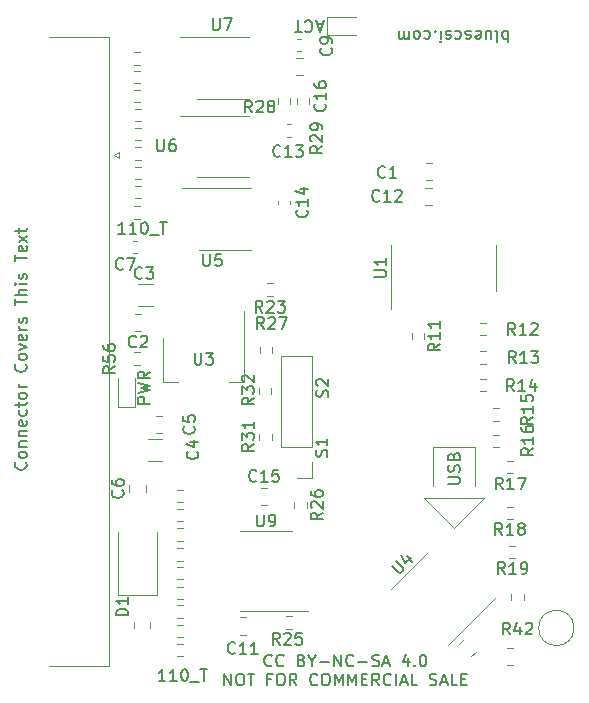
<source format=gbr>
%TF.GenerationSoftware,KiCad,Pcbnew,6.0.5-a6ca702e91~116~ubuntu21.10.1*%
%TF.CreationDate,2023-07-31T04:43:38-06:00*%
%TF.ProjectId,DB25_External,44423235-5f45-4787-9465-726e616c2e6b,rev?*%
%TF.SameCoordinates,Original*%
%TF.FileFunction,Legend,Top*%
%TF.FilePolarity,Positive*%
%FSLAX46Y46*%
G04 Gerber Fmt 4.6, Leading zero omitted, Abs format (unit mm)*
G04 Created by KiCad (PCBNEW 6.0.5-a6ca702e91~116~ubuntu21.10.1) date 2023-07-31 04:43:38*
%MOMM*%
%LPD*%
G01*
G04 APERTURE LIST*
%ADD10C,0.150000*%
%ADD11C,0.120000*%
G04 APERTURE END LIST*
D10*
X123098704Y-127263342D02*
X123051085Y-127310961D01*
X122908228Y-127358580D01*
X122812990Y-127358580D01*
X122670133Y-127310961D01*
X122574895Y-127215723D01*
X122527276Y-127120485D01*
X122479657Y-126930009D01*
X122479657Y-126787152D01*
X122527276Y-126596676D01*
X122574895Y-126501438D01*
X122670133Y-126406200D01*
X122812990Y-126358580D01*
X122908228Y-126358580D01*
X123051085Y-126406200D01*
X123098704Y-126453819D01*
X124098704Y-127263342D02*
X124051085Y-127310961D01*
X123908228Y-127358580D01*
X123812990Y-127358580D01*
X123670133Y-127310961D01*
X123574895Y-127215723D01*
X123527276Y-127120485D01*
X123479657Y-126930009D01*
X123479657Y-126787152D01*
X123527276Y-126596676D01*
X123574895Y-126501438D01*
X123670133Y-126406200D01*
X123812990Y-126358580D01*
X123908228Y-126358580D01*
X124051085Y-126406200D01*
X124098704Y-126453819D01*
X125622514Y-126834771D02*
X125765371Y-126882390D01*
X125812990Y-126930009D01*
X125860609Y-127025247D01*
X125860609Y-127168104D01*
X125812990Y-127263342D01*
X125765371Y-127310961D01*
X125670133Y-127358580D01*
X125289180Y-127358580D01*
X125289180Y-126358580D01*
X125622514Y-126358580D01*
X125717752Y-126406200D01*
X125765371Y-126453819D01*
X125812990Y-126549057D01*
X125812990Y-126644295D01*
X125765371Y-126739533D01*
X125717752Y-126787152D01*
X125622514Y-126834771D01*
X125289180Y-126834771D01*
X126479657Y-126882390D02*
X126479657Y-127358580D01*
X126146323Y-126358580D02*
X126479657Y-126882390D01*
X126812990Y-126358580D01*
X127146323Y-126977628D02*
X127908228Y-126977628D01*
X128384419Y-127358580D02*
X128384419Y-126358580D01*
X128955847Y-127358580D01*
X128955847Y-126358580D01*
X130003466Y-127263342D02*
X129955847Y-127310961D01*
X129812990Y-127358580D01*
X129717752Y-127358580D01*
X129574895Y-127310961D01*
X129479657Y-127215723D01*
X129432038Y-127120485D01*
X129384419Y-126930009D01*
X129384419Y-126787152D01*
X129432038Y-126596676D01*
X129479657Y-126501438D01*
X129574895Y-126406200D01*
X129717752Y-126358580D01*
X129812990Y-126358580D01*
X129955847Y-126406200D01*
X130003466Y-126453819D01*
X130432038Y-126977628D02*
X131193942Y-126977628D01*
X131622514Y-127310961D02*
X131765371Y-127358580D01*
X132003466Y-127358580D01*
X132098704Y-127310961D01*
X132146323Y-127263342D01*
X132193942Y-127168104D01*
X132193942Y-127072866D01*
X132146323Y-126977628D01*
X132098704Y-126930009D01*
X132003466Y-126882390D01*
X131812990Y-126834771D01*
X131717752Y-126787152D01*
X131670133Y-126739533D01*
X131622514Y-126644295D01*
X131622514Y-126549057D01*
X131670133Y-126453819D01*
X131717752Y-126406200D01*
X131812990Y-126358580D01*
X132051085Y-126358580D01*
X132193942Y-126406200D01*
X132574895Y-127072866D02*
X133051085Y-127072866D01*
X132479657Y-127358580D02*
X132812990Y-126358580D01*
X133146323Y-127358580D01*
X134670133Y-126691914D02*
X134670133Y-127358580D01*
X134432038Y-126310961D02*
X134193942Y-127025247D01*
X134812990Y-127025247D01*
X135193942Y-127263342D02*
X135241561Y-127310961D01*
X135193942Y-127358580D01*
X135146323Y-127310961D01*
X135193942Y-127263342D01*
X135193942Y-127358580D01*
X135860609Y-126358580D02*
X135955847Y-126358580D01*
X136051085Y-126406200D01*
X136098704Y-126453819D01*
X136146323Y-126549057D01*
X136193942Y-126739533D01*
X136193942Y-126977628D01*
X136146323Y-127168104D01*
X136098704Y-127263342D01*
X136051085Y-127310961D01*
X135955847Y-127358580D01*
X135860609Y-127358580D01*
X135765371Y-127310961D01*
X135717752Y-127263342D01*
X135670133Y-127168104D01*
X135622514Y-126977628D01*
X135622514Y-126739533D01*
X135670133Y-126549057D01*
X135717752Y-126453819D01*
X135765371Y-126406200D01*
X135860609Y-126358580D01*
X119098704Y-128968580D02*
X119098704Y-127968580D01*
X119670133Y-128968580D01*
X119670133Y-127968580D01*
X120336800Y-127968580D02*
X120527276Y-127968580D01*
X120622514Y-128016200D01*
X120717752Y-128111438D01*
X120765371Y-128301914D01*
X120765371Y-128635247D01*
X120717752Y-128825723D01*
X120622514Y-128920961D01*
X120527276Y-128968580D01*
X120336800Y-128968580D01*
X120241561Y-128920961D01*
X120146323Y-128825723D01*
X120098704Y-128635247D01*
X120098704Y-128301914D01*
X120146323Y-128111438D01*
X120241561Y-128016200D01*
X120336800Y-127968580D01*
X121051085Y-127968580D02*
X121622514Y-127968580D01*
X121336800Y-128968580D02*
X121336800Y-127968580D01*
X123051085Y-128444771D02*
X122717752Y-128444771D01*
X122717752Y-128968580D02*
X122717752Y-127968580D01*
X123193942Y-127968580D01*
X123765371Y-127968580D02*
X123955847Y-127968580D01*
X124051085Y-128016200D01*
X124146323Y-128111438D01*
X124193942Y-128301914D01*
X124193942Y-128635247D01*
X124146323Y-128825723D01*
X124051085Y-128920961D01*
X123955847Y-128968580D01*
X123765371Y-128968580D01*
X123670133Y-128920961D01*
X123574895Y-128825723D01*
X123527276Y-128635247D01*
X123527276Y-128301914D01*
X123574895Y-128111438D01*
X123670133Y-128016200D01*
X123765371Y-127968580D01*
X125193942Y-128968580D02*
X124860609Y-128492390D01*
X124622514Y-128968580D02*
X124622514Y-127968580D01*
X125003466Y-127968580D01*
X125098704Y-128016200D01*
X125146323Y-128063819D01*
X125193942Y-128159057D01*
X125193942Y-128301914D01*
X125146323Y-128397152D01*
X125098704Y-128444771D01*
X125003466Y-128492390D01*
X124622514Y-128492390D01*
X126955847Y-128873342D02*
X126908228Y-128920961D01*
X126765371Y-128968580D01*
X126670133Y-128968580D01*
X126527276Y-128920961D01*
X126432038Y-128825723D01*
X126384419Y-128730485D01*
X126336800Y-128540009D01*
X126336800Y-128397152D01*
X126384419Y-128206676D01*
X126432038Y-128111438D01*
X126527276Y-128016200D01*
X126670133Y-127968580D01*
X126765371Y-127968580D01*
X126908228Y-128016200D01*
X126955847Y-128063819D01*
X127574895Y-127968580D02*
X127765371Y-127968580D01*
X127860609Y-128016200D01*
X127955847Y-128111438D01*
X128003466Y-128301914D01*
X128003466Y-128635247D01*
X127955847Y-128825723D01*
X127860609Y-128920961D01*
X127765371Y-128968580D01*
X127574895Y-128968580D01*
X127479657Y-128920961D01*
X127384419Y-128825723D01*
X127336800Y-128635247D01*
X127336800Y-128301914D01*
X127384419Y-128111438D01*
X127479657Y-128016200D01*
X127574895Y-127968580D01*
X128432038Y-128968580D02*
X128432038Y-127968580D01*
X128765371Y-128682866D01*
X129098704Y-127968580D01*
X129098704Y-128968580D01*
X129574895Y-128968580D02*
X129574895Y-127968580D01*
X129908228Y-128682866D01*
X130241561Y-127968580D01*
X130241561Y-128968580D01*
X130717752Y-128444771D02*
X131051085Y-128444771D01*
X131193942Y-128968580D02*
X130717752Y-128968580D01*
X130717752Y-127968580D01*
X131193942Y-127968580D01*
X132193942Y-128968580D02*
X131860609Y-128492390D01*
X131622514Y-128968580D02*
X131622514Y-127968580D01*
X132003466Y-127968580D01*
X132098704Y-128016200D01*
X132146323Y-128063819D01*
X132193942Y-128159057D01*
X132193942Y-128301914D01*
X132146323Y-128397152D01*
X132098704Y-128444771D01*
X132003466Y-128492390D01*
X131622514Y-128492390D01*
X133193942Y-128873342D02*
X133146323Y-128920961D01*
X133003466Y-128968580D01*
X132908228Y-128968580D01*
X132765371Y-128920961D01*
X132670133Y-128825723D01*
X132622514Y-128730485D01*
X132574895Y-128540009D01*
X132574895Y-128397152D01*
X132622514Y-128206676D01*
X132670133Y-128111438D01*
X132765371Y-128016200D01*
X132908228Y-127968580D01*
X133003466Y-127968580D01*
X133146323Y-128016200D01*
X133193942Y-128063819D01*
X133622514Y-128968580D02*
X133622514Y-127968580D01*
X134051085Y-128682866D02*
X134527276Y-128682866D01*
X133955847Y-128968580D02*
X134289180Y-127968580D01*
X134622514Y-128968580D01*
X135432038Y-128968580D02*
X134955847Y-128968580D01*
X134955847Y-127968580D01*
X136479657Y-128920961D02*
X136622514Y-128968580D01*
X136860609Y-128968580D01*
X136955847Y-128920961D01*
X137003466Y-128873342D01*
X137051085Y-128778104D01*
X137051085Y-128682866D01*
X137003466Y-128587628D01*
X136955847Y-128540009D01*
X136860609Y-128492390D01*
X136670133Y-128444771D01*
X136574895Y-128397152D01*
X136527276Y-128349533D01*
X136479657Y-128254295D01*
X136479657Y-128159057D01*
X136527276Y-128063819D01*
X136574895Y-128016200D01*
X136670133Y-127968580D01*
X136908228Y-127968580D01*
X137051085Y-128016200D01*
X137432038Y-128682866D02*
X137908228Y-128682866D01*
X137336800Y-128968580D02*
X137670133Y-127968580D01*
X138003466Y-128968580D01*
X138812990Y-128968580D02*
X138336800Y-128968580D01*
X138336800Y-127968580D01*
X139146323Y-128444771D02*
X139479657Y-128444771D01*
X139622514Y-128968580D02*
X139146323Y-128968580D01*
X139146323Y-127968580D01*
X139622514Y-127968580D01*
X127836561Y-104546304D02*
X127884180Y-104403447D01*
X127884180Y-104165352D01*
X127836561Y-104070114D01*
X127788942Y-104022495D01*
X127693704Y-103974876D01*
X127598466Y-103974876D01*
X127503228Y-104022495D01*
X127455609Y-104070114D01*
X127407990Y-104165352D01*
X127360371Y-104355828D01*
X127312752Y-104451066D01*
X127265133Y-104498685D01*
X127169895Y-104546304D01*
X127074657Y-104546304D01*
X126979419Y-104498685D01*
X126931800Y-104451066D01*
X126884180Y-104355828D01*
X126884180Y-104117733D01*
X126931800Y-103974876D01*
X126979419Y-103593923D02*
X126931800Y-103546304D01*
X126884180Y-103451066D01*
X126884180Y-103212971D01*
X126931800Y-103117733D01*
X126979419Y-103070114D01*
X127074657Y-103022495D01*
X127169895Y-103022495D01*
X127312752Y-103070114D01*
X127884180Y-103641542D01*
X127884180Y-103022495D01*
X127407847Y-72959933D02*
X126931657Y-72959933D01*
X127503085Y-72674219D02*
X127169752Y-73674219D01*
X126836419Y-72674219D01*
X125931657Y-72769457D02*
X125979276Y-72721838D01*
X126122133Y-72674219D01*
X126217371Y-72674219D01*
X126360228Y-72721838D01*
X126455466Y-72817076D01*
X126503085Y-72912314D01*
X126550704Y-73102790D01*
X126550704Y-73245647D01*
X126503085Y-73436123D01*
X126455466Y-73531361D01*
X126360228Y-73626600D01*
X126217371Y-73674219D01*
X126122133Y-73674219D01*
X125979276Y-73626600D01*
X125931657Y-73578980D01*
X125645942Y-73674219D02*
X125074514Y-73674219D01*
X125360228Y-72674219D02*
X125360228Y-73674219D01*
X143074447Y-73537819D02*
X143074447Y-74537819D01*
X143074447Y-74156866D02*
X142979209Y-74204485D01*
X142788733Y-74204485D01*
X142693495Y-74156866D01*
X142645876Y-74109247D01*
X142598257Y-74014009D01*
X142598257Y-73728295D01*
X142645876Y-73633057D01*
X142693495Y-73585438D01*
X142788733Y-73537819D01*
X142979209Y-73537819D01*
X143074447Y-73585438D01*
X142026828Y-73537819D02*
X142122066Y-73585438D01*
X142169685Y-73680676D01*
X142169685Y-74537819D01*
X141217304Y-74204485D02*
X141217304Y-73537819D01*
X141645876Y-74204485D02*
X141645876Y-73680676D01*
X141598257Y-73585438D01*
X141503019Y-73537819D01*
X141360161Y-73537819D01*
X141264923Y-73585438D01*
X141217304Y-73633057D01*
X140360161Y-73585438D02*
X140455400Y-73537819D01*
X140645876Y-73537819D01*
X140741114Y-73585438D01*
X140788733Y-73680676D01*
X140788733Y-74061628D01*
X140741114Y-74156866D01*
X140645876Y-74204485D01*
X140455400Y-74204485D01*
X140360161Y-74156866D01*
X140312542Y-74061628D01*
X140312542Y-73966390D01*
X140788733Y-73871152D01*
X139931590Y-73585438D02*
X139836352Y-73537819D01*
X139645876Y-73537819D01*
X139550638Y-73585438D01*
X139503019Y-73680676D01*
X139503019Y-73728295D01*
X139550638Y-73823533D01*
X139645876Y-73871152D01*
X139788733Y-73871152D01*
X139883971Y-73918771D01*
X139931590Y-74014009D01*
X139931590Y-74061628D01*
X139883971Y-74156866D01*
X139788733Y-74204485D01*
X139645876Y-74204485D01*
X139550638Y-74156866D01*
X138645876Y-73585438D02*
X138741114Y-73537819D01*
X138931590Y-73537819D01*
X139026828Y-73585438D01*
X139074447Y-73633057D01*
X139122066Y-73728295D01*
X139122066Y-74014009D01*
X139074447Y-74109247D01*
X139026828Y-74156866D01*
X138931590Y-74204485D01*
X138741114Y-74204485D01*
X138645876Y-74156866D01*
X138264923Y-73585438D02*
X138169685Y-73537819D01*
X137979209Y-73537819D01*
X137883971Y-73585438D01*
X137836352Y-73680676D01*
X137836352Y-73728295D01*
X137883971Y-73823533D01*
X137979209Y-73871152D01*
X138122066Y-73871152D01*
X138217304Y-73918771D01*
X138264923Y-74014009D01*
X138264923Y-74061628D01*
X138217304Y-74156866D01*
X138122066Y-74204485D01*
X137979209Y-74204485D01*
X137883971Y-74156866D01*
X137407780Y-73537819D02*
X137407780Y-74204485D01*
X137407780Y-74537819D02*
X137455400Y-74490200D01*
X137407780Y-74442580D01*
X137360161Y-74490200D01*
X137407780Y-74537819D01*
X137407780Y-74442580D01*
X136931590Y-73633057D02*
X136883971Y-73585438D01*
X136931590Y-73537819D01*
X136979209Y-73585438D01*
X136931590Y-73633057D01*
X136931590Y-73537819D01*
X136026828Y-73585438D02*
X136122066Y-73537819D01*
X136312542Y-73537819D01*
X136407780Y-73585438D01*
X136455400Y-73633057D01*
X136503019Y-73728295D01*
X136503019Y-74014009D01*
X136455400Y-74109247D01*
X136407780Y-74156866D01*
X136312542Y-74204485D01*
X136122066Y-74204485D01*
X136026828Y-74156866D01*
X135455400Y-73537819D02*
X135550638Y-73585438D01*
X135598257Y-73633057D01*
X135645876Y-73728295D01*
X135645876Y-74014009D01*
X135598257Y-74109247D01*
X135550638Y-74156866D01*
X135455400Y-74204485D01*
X135312542Y-74204485D01*
X135217304Y-74156866D01*
X135169685Y-74109247D01*
X135122066Y-74014009D01*
X135122066Y-73728295D01*
X135169685Y-73633057D01*
X135217304Y-73585438D01*
X135312542Y-73537819D01*
X135455400Y-73537819D01*
X134693495Y-73537819D02*
X134693495Y-74204485D01*
X134693495Y-74109247D02*
X134645876Y-74156866D01*
X134550638Y-74204485D01*
X134407780Y-74204485D01*
X134312542Y-74156866D01*
X134264923Y-74061628D01*
X134264923Y-73537819D01*
X134264923Y-74061628D02*
X134217304Y-74156866D01*
X134122066Y-74204485D01*
X133979209Y-74204485D01*
X133883971Y-74156866D01*
X133836352Y-74061628D01*
X133836352Y-73537819D01*
X114090628Y-128595380D02*
X113519200Y-128595380D01*
X113804914Y-128595380D02*
X113804914Y-127595380D01*
X113709676Y-127738238D01*
X113614438Y-127833476D01*
X113519200Y-127881095D01*
X115043009Y-128595380D02*
X114471580Y-128595380D01*
X114757295Y-128595380D02*
X114757295Y-127595380D01*
X114662057Y-127738238D01*
X114566819Y-127833476D01*
X114471580Y-127881095D01*
X115662057Y-127595380D02*
X115757295Y-127595380D01*
X115852533Y-127643000D01*
X115900152Y-127690619D01*
X115947771Y-127785857D01*
X115995390Y-127976333D01*
X115995390Y-128214428D01*
X115947771Y-128404904D01*
X115900152Y-128500142D01*
X115852533Y-128547761D01*
X115757295Y-128595380D01*
X115662057Y-128595380D01*
X115566819Y-128547761D01*
X115519200Y-128500142D01*
X115471580Y-128404904D01*
X115423961Y-128214428D01*
X115423961Y-127976333D01*
X115471580Y-127785857D01*
X115519200Y-127690619D01*
X115566819Y-127643000D01*
X115662057Y-127595380D01*
X116185866Y-128690619D02*
X116947771Y-128690619D01*
X117043009Y-127595380D02*
X117614438Y-127595380D01*
X117328723Y-128595380D02*
X117328723Y-127595380D01*
X127760361Y-109600904D02*
X127807980Y-109458047D01*
X127807980Y-109219952D01*
X127760361Y-109124714D01*
X127712742Y-109077095D01*
X127617504Y-109029476D01*
X127522266Y-109029476D01*
X127427028Y-109077095D01*
X127379409Y-109124714D01*
X127331790Y-109219952D01*
X127284171Y-109410428D01*
X127236552Y-109505666D01*
X127188933Y-109553285D01*
X127093695Y-109600904D01*
X126998457Y-109600904D01*
X126903219Y-109553285D01*
X126855600Y-109505666D01*
X126807980Y-109410428D01*
X126807980Y-109172333D01*
X126855600Y-109029476D01*
X127807980Y-108077095D02*
X127807980Y-108648523D01*
X127807980Y-108362809D02*
X126807980Y-108362809D01*
X126950838Y-108458047D01*
X127046076Y-108553285D01*
X127093695Y-108648523D01*
X110686639Y-90745969D02*
X110115211Y-90745969D01*
X110400925Y-90745969D02*
X110400925Y-89745969D01*
X110305687Y-89888827D01*
X110210449Y-89984065D01*
X110115211Y-90031684D01*
X111639020Y-90745969D02*
X111067591Y-90745969D01*
X111353306Y-90745969D02*
X111353306Y-89745969D01*
X111258068Y-89888827D01*
X111162830Y-89984065D01*
X111067591Y-90031684D01*
X112258068Y-89745969D02*
X112353306Y-89745969D01*
X112448544Y-89793589D01*
X112496163Y-89841208D01*
X112543782Y-89936446D01*
X112591401Y-90126922D01*
X112591401Y-90365017D01*
X112543782Y-90555493D01*
X112496163Y-90650731D01*
X112448544Y-90698350D01*
X112353306Y-90745969D01*
X112258068Y-90745969D01*
X112162830Y-90698350D01*
X112115211Y-90650731D01*
X112067591Y-90555493D01*
X112019972Y-90365017D01*
X112019972Y-90126922D01*
X112067591Y-89936446D01*
X112115211Y-89841208D01*
X112162830Y-89793589D01*
X112258068Y-89745969D01*
X112781877Y-90841208D02*
X113543782Y-90841208D01*
X113639020Y-89745969D02*
X114210449Y-89745969D01*
X113924734Y-90745969D02*
X113924734Y-89745969D01*
X112771180Y-105117733D02*
X111771180Y-105117733D01*
X111771180Y-104736780D01*
X111818800Y-104641542D01*
X111866419Y-104593923D01*
X111961657Y-104546304D01*
X112104514Y-104546304D01*
X112199752Y-104593923D01*
X112247371Y-104641542D01*
X112294990Y-104736780D01*
X112294990Y-105117733D01*
X111771180Y-104212971D02*
X112771180Y-103974876D01*
X112056895Y-103784400D01*
X112771180Y-103593923D01*
X111771180Y-103355828D01*
X112771180Y-102403447D02*
X112294990Y-102736780D01*
X112771180Y-102974876D02*
X111771180Y-102974876D01*
X111771180Y-102593923D01*
X111818800Y-102498685D01*
X111866419Y-102451066D01*
X111961657Y-102403447D01*
X112104514Y-102403447D01*
X112199752Y-102451066D01*
X112247371Y-102498685D01*
X112294990Y-102593923D01*
X112294990Y-102974876D01*
X102261942Y-110080819D02*
X102309561Y-110128438D01*
X102357180Y-110271295D01*
X102357180Y-110366533D01*
X102309561Y-110509390D01*
X102214323Y-110604628D01*
X102119085Y-110652247D01*
X101928609Y-110699866D01*
X101785752Y-110699866D01*
X101595276Y-110652247D01*
X101500038Y-110604628D01*
X101404800Y-110509390D01*
X101357180Y-110366533D01*
X101357180Y-110271295D01*
X101404800Y-110128438D01*
X101452419Y-110080819D01*
X102357180Y-109509390D02*
X102309561Y-109604628D01*
X102261942Y-109652247D01*
X102166704Y-109699866D01*
X101880990Y-109699866D01*
X101785752Y-109652247D01*
X101738133Y-109604628D01*
X101690514Y-109509390D01*
X101690514Y-109366533D01*
X101738133Y-109271295D01*
X101785752Y-109223676D01*
X101880990Y-109176057D01*
X102166704Y-109176057D01*
X102261942Y-109223676D01*
X102309561Y-109271295D01*
X102357180Y-109366533D01*
X102357180Y-109509390D01*
X101690514Y-108747485D02*
X102357180Y-108747485D01*
X101785752Y-108747485D02*
X101738133Y-108699866D01*
X101690514Y-108604628D01*
X101690514Y-108461771D01*
X101738133Y-108366533D01*
X101833371Y-108318914D01*
X102357180Y-108318914D01*
X101690514Y-107842723D02*
X102357180Y-107842723D01*
X101785752Y-107842723D02*
X101738133Y-107795104D01*
X101690514Y-107699866D01*
X101690514Y-107557009D01*
X101738133Y-107461771D01*
X101833371Y-107414152D01*
X102357180Y-107414152D01*
X102309561Y-106557009D02*
X102357180Y-106652247D01*
X102357180Y-106842723D01*
X102309561Y-106937961D01*
X102214323Y-106985580D01*
X101833371Y-106985580D01*
X101738133Y-106937961D01*
X101690514Y-106842723D01*
X101690514Y-106652247D01*
X101738133Y-106557009D01*
X101833371Y-106509390D01*
X101928609Y-106509390D01*
X102023847Y-106985580D01*
X102309561Y-105652247D02*
X102357180Y-105747485D01*
X102357180Y-105937961D01*
X102309561Y-106033200D01*
X102261942Y-106080819D01*
X102166704Y-106128438D01*
X101880990Y-106128438D01*
X101785752Y-106080819D01*
X101738133Y-106033200D01*
X101690514Y-105937961D01*
X101690514Y-105747485D01*
X101738133Y-105652247D01*
X101690514Y-105366533D02*
X101690514Y-104985580D01*
X101357180Y-105223676D02*
X102214323Y-105223676D01*
X102309561Y-105176057D01*
X102357180Y-105080819D01*
X102357180Y-104985580D01*
X102357180Y-104509390D02*
X102309561Y-104604628D01*
X102261942Y-104652247D01*
X102166704Y-104699866D01*
X101880990Y-104699866D01*
X101785752Y-104652247D01*
X101738133Y-104604628D01*
X101690514Y-104509390D01*
X101690514Y-104366533D01*
X101738133Y-104271295D01*
X101785752Y-104223676D01*
X101880990Y-104176057D01*
X102166704Y-104176057D01*
X102261942Y-104223676D01*
X102309561Y-104271295D01*
X102357180Y-104366533D01*
X102357180Y-104509390D01*
X102357180Y-103747485D02*
X101690514Y-103747485D01*
X101880990Y-103747485D02*
X101785752Y-103699866D01*
X101738133Y-103652247D01*
X101690514Y-103557009D01*
X101690514Y-103461771D01*
X102261942Y-101795104D02*
X102309561Y-101842723D01*
X102357180Y-101985580D01*
X102357180Y-102080819D01*
X102309561Y-102223676D01*
X102214323Y-102318914D01*
X102119085Y-102366533D01*
X101928609Y-102414152D01*
X101785752Y-102414152D01*
X101595276Y-102366533D01*
X101500038Y-102318914D01*
X101404800Y-102223676D01*
X101357180Y-102080819D01*
X101357180Y-101985580D01*
X101404800Y-101842723D01*
X101452419Y-101795104D01*
X102357180Y-101223676D02*
X102309561Y-101318914D01*
X102261942Y-101366533D01*
X102166704Y-101414152D01*
X101880990Y-101414152D01*
X101785752Y-101366533D01*
X101738133Y-101318914D01*
X101690514Y-101223676D01*
X101690514Y-101080819D01*
X101738133Y-100985580D01*
X101785752Y-100937961D01*
X101880990Y-100890342D01*
X102166704Y-100890342D01*
X102261942Y-100937961D01*
X102309561Y-100985580D01*
X102357180Y-101080819D01*
X102357180Y-101223676D01*
X101690514Y-100557009D02*
X102357180Y-100318914D01*
X101690514Y-100080819D01*
X102309561Y-99318914D02*
X102357180Y-99414152D01*
X102357180Y-99604628D01*
X102309561Y-99699866D01*
X102214323Y-99747485D01*
X101833371Y-99747485D01*
X101738133Y-99699866D01*
X101690514Y-99604628D01*
X101690514Y-99414152D01*
X101738133Y-99318914D01*
X101833371Y-99271295D01*
X101928609Y-99271295D01*
X102023847Y-99747485D01*
X102357180Y-98842723D02*
X101690514Y-98842723D01*
X101880990Y-98842723D02*
X101785752Y-98795104D01*
X101738133Y-98747485D01*
X101690514Y-98652247D01*
X101690514Y-98557009D01*
X102309561Y-98271295D02*
X102357180Y-98176057D01*
X102357180Y-97985580D01*
X102309561Y-97890342D01*
X102214323Y-97842723D01*
X102166704Y-97842723D01*
X102071466Y-97890342D01*
X102023847Y-97985580D01*
X102023847Y-98128438D01*
X101976228Y-98223676D01*
X101880990Y-98271295D01*
X101833371Y-98271295D01*
X101738133Y-98223676D01*
X101690514Y-98128438D01*
X101690514Y-97985580D01*
X101738133Y-97890342D01*
X101357180Y-96795104D02*
X101357180Y-96223676D01*
X102357180Y-96509390D02*
X101357180Y-96509390D01*
X102357180Y-95890342D02*
X101357180Y-95890342D01*
X102357180Y-95461771D02*
X101833371Y-95461771D01*
X101738133Y-95509390D01*
X101690514Y-95604628D01*
X101690514Y-95747485D01*
X101738133Y-95842723D01*
X101785752Y-95890342D01*
X102357180Y-94985580D02*
X101690514Y-94985580D01*
X101357180Y-94985580D02*
X101404800Y-95033200D01*
X101452419Y-94985580D01*
X101404800Y-94937961D01*
X101357180Y-94985580D01*
X101452419Y-94985580D01*
X102309561Y-94557009D02*
X102357180Y-94461771D01*
X102357180Y-94271295D01*
X102309561Y-94176057D01*
X102214323Y-94128438D01*
X102166704Y-94128438D01*
X102071466Y-94176057D01*
X102023847Y-94271295D01*
X102023847Y-94414152D01*
X101976228Y-94509390D01*
X101880990Y-94557009D01*
X101833371Y-94557009D01*
X101738133Y-94509390D01*
X101690514Y-94414152D01*
X101690514Y-94271295D01*
X101738133Y-94176057D01*
X101357180Y-93080819D02*
X101357180Y-92509390D01*
X102357180Y-92795104D02*
X101357180Y-92795104D01*
X102309561Y-91795104D02*
X102357180Y-91890342D01*
X102357180Y-92080819D01*
X102309561Y-92176057D01*
X102214323Y-92223676D01*
X101833371Y-92223676D01*
X101738133Y-92176057D01*
X101690514Y-92080819D01*
X101690514Y-91890342D01*
X101738133Y-91795104D01*
X101833371Y-91747485D01*
X101928609Y-91747485D01*
X102023847Y-92223676D01*
X102357180Y-91414152D02*
X101690514Y-90890342D01*
X101690514Y-91414152D02*
X102357180Y-90890342D01*
X101690514Y-90652247D02*
X101690514Y-90271295D01*
X101357180Y-90509390D02*
X102214323Y-90509390D01*
X102309561Y-90461771D01*
X102357180Y-90366533D01*
X102357180Y-90271295D01*
%TO.C,C3*%
X112137833Y-94464142D02*
X112090214Y-94511761D01*
X111947357Y-94559380D01*
X111852119Y-94559380D01*
X111709261Y-94511761D01*
X111614023Y-94416523D01*
X111566404Y-94321285D01*
X111518785Y-94130809D01*
X111518785Y-93987952D01*
X111566404Y-93797476D01*
X111614023Y-93702238D01*
X111709261Y-93607000D01*
X111852119Y-93559380D01*
X111947357Y-93559380D01*
X112090214Y-93607000D01*
X112137833Y-93654619D01*
X112471166Y-93559380D02*
X113090214Y-93559380D01*
X112756880Y-93940333D01*
X112899738Y-93940333D01*
X112994976Y-93987952D01*
X113042595Y-94035571D01*
X113090214Y-94130809D01*
X113090214Y-94368904D01*
X113042595Y-94464142D01*
X112994976Y-94511761D01*
X112899738Y-94559380D01*
X112614023Y-94559380D01*
X112518785Y-94511761D01*
X112471166Y-94464142D01*
%TO.C,C4*%
X116790742Y-109183466D02*
X116838361Y-109231085D01*
X116885980Y-109373942D01*
X116885980Y-109469180D01*
X116838361Y-109612038D01*
X116743123Y-109707276D01*
X116647885Y-109754895D01*
X116457409Y-109802514D01*
X116314552Y-109802514D01*
X116124076Y-109754895D01*
X116028838Y-109707276D01*
X115933600Y-109612038D01*
X115885980Y-109469180D01*
X115885980Y-109373942D01*
X115933600Y-109231085D01*
X115981219Y-109183466D01*
X116219314Y-108326323D02*
X116885980Y-108326323D01*
X115838361Y-108564419D02*
X116552647Y-108802514D01*
X116552647Y-108183466D01*
%TO.C,U3*%
X116572395Y-100804680D02*
X116572395Y-101614204D01*
X116620014Y-101709442D01*
X116667633Y-101757061D01*
X116762871Y-101804680D01*
X116953347Y-101804680D01*
X117048585Y-101757061D01*
X117096204Y-101709442D01*
X117143823Y-101614204D01*
X117143823Y-100804680D01*
X117524776Y-100804680D02*
X118143823Y-100804680D01*
X117810490Y-101185633D01*
X117953347Y-101185633D01*
X118048585Y-101233252D01*
X118096204Y-101280871D01*
X118143823Y-101376109D01*
X118143823Y-101614204D01*
X118096204Y-101709442D01*
X118048585Y-101757061D01*
X117953347Y-101804680D01*
X117667633Y-101804680D01*
X117572395Y-101757061D01*
X117524776Y-101709442D01*
%TO.C,RP1*%
X138029040Y-111906304D02*
X138838564Y-111906304D01*
X138933802Y-111858685D01*
X138981421Y-111811066D01*
X139029040Y-111715828D01*
X139029040Y-111525352D01*
X138981421Y-111430114D01*
X138933802Y-111382495D01*
X138838564Y-111334876D01*
X138029040Y-111334876D01*
X138981421Y-110906304D02*
X139029040Y-110763447D01*
X139029040Y-110525352D01*
X138981421Y-110430114D01*
X138933802Y-110382495D01*
X138838564Y-110334876D01*
X138743326Y-110334876D01*
X138648088Y-110382495D01*
X138600469Y-110430114D01*
X138552850Y-110525352D01*
X138505231Y-110715828D01*
X138457612Y-110811066D01*
X138409993Y-110858685D01*
X138314755Y-110906304D01*
X138219517Y-110906304D01*
X138124279Y-110858685D01*
X138076660Y-110811066D01*
X138029040Y-110715828D01*
X138029040Y-110477733D01*
X138076660Y-110334876D01*
X138505231Y-109572971D02*
X138552850Y-109430114D01*
X138600469Y-109382495D01*
X138695707Y-109334876D01*
X138838564Y-109334876D01*
X138933802Y-109382495D01*
X138981421Y-109430114D01*
X139029040Y-109525352D01*
X139029040Y-109906304D01*
X138029040Y-109906304D01*
X138029040Y-109572971D01*
X138076660Y-109477733D01*
X138124279Y-109430114D01*
X138219517Y-109382495D01*
X138314755Y-109382495D01*
X138409993Y-109430114D01*
X138457612Y-109477733D01*
X138505231Y-109572971D01*
X138505231Y-109906304D01*
%TO.C,C2*%
X111618733Y-100255342D02*
X111571114Y-100302961D01*
X111428257Y-100350580D01*
X111333019Y-100350580D01*
X111190161Y-100302961D01*
X111094923Y-100207723D01*
X111047304Y-100112485D01*
X110999685Y-99922009D01*
X110999685Y-99779152D01*
X111047304Y-99588676D01*
X111094923Y-99493438D01*
X111190161Y-99398200D01*
X111333019Y-99350580D01*
X111428257Y-99350580D01*
X111571114Y-99398200D01*
X111618733Y-99445819D01*
X111999685Y-99445819D02*
X112047304Y-99398200D01*
X112142542Y-99350580D01*
X112380638Y-99350580D01*
X112475876Y-99398200D01*
X112523495Y-99445819D01*
X112571114Y-99541057D01*
X112571114Y-99636295D01*
X112523495Y-99779152D01*
X111952066Y-100350580D01*
X112571114Y-100350580D01*
%TO.C,C5*%
X116494942Y-107049866D02*
X116542561Y-107097485D01*
X116590180Y-107240342D01*
X116590180Y-107335580D01*
X116542561Y-107478438D01*
X116447323Y-107573676D01*
X116352085Y-107621295D01*
X116161609Y-107668914D01*
X116018752Y-107668914D01*
X115828276Y-107621295D01*
X115733038Y-107573676D01*
X115637800Y-107478438D01*
X115590180Y-107335580D01*
X115590180Y-107240342D01*
X115637800Y-107097485D01*
X115685419Y-107049866D01*
X115590180Y-106145104D02*
X115590180Y-106621295D01*
X116066371Y-106668914D01*
X116018752Y-106621295D01*
X115971133Y-106526057D01*
X115971133Y-106287961D01*
X116018752Y-106192723D01*
X116066371Y-106145104D01*
X116161609Y-106097485D01*
X116399704Y-106097485D01*
X116494942Y-106145104D01*
X116542561Y-106192723D01*
X116590180Y-106287961D01*
X116590180Y-106526057D01*
X116542561Y-106621295D01*
X116494942Y-106668914D01*
%TO.C,C6*%
X110466142Y-112460066D02*
X110513761Y-112507685D01*
X110561380Y-112650542D01*
X110561380Y-112745780D01*
X110513761Y-112888638D01*
X110418523Y-112983876D01*
X110323285Y-113031495D01*
X110132809Y-113079114D01*
X109989952Y-113079114D01*
X109799476Y-113031495D01*
X109704238Y-112983876D01*
X109609000Y-112888638D01*
X109561380Y-112745780D01*
X109561380Y-112650542D01*
X109609000Y-112507685D01*
X109656619Y-112460066D01*
X109561380Y-111602923D02*
X109561380Y-111793400D01*
X109609000Y-111888638D01*
X109656619Y-111936257D01*
X109799476Y-112031495D01*
X109989952Y-112079114D01*
X110370904Y-112079114D01*
X110466142Y-112031495D01*
X110513761Y-111983876D01*
X110561380Y-111888638D01*
X110561380Y-111698161D01*
X110513761Y-111602923D01*
X110466142Y-111555304D01*
X110370904Y-111507685D01*
X110132809Y-111507685D01*
X110037571Y-111555304D01*
X109989952Y-111602923D01*
X109942333Y-111698161D01*
X109942333Y-111888638D01*
X109989952Y-111983876D01*
X110037571Y-112031495D01*
X110132809Y-112079114D01*
%TO.C,C12*%
X132224542Y-87910942D02*
X132176923Y-87958561D01*
X132034066Y-88006180D01*
X131938828Y-88006180D01*
X131795971Y-87958561D01*
X131700733Y-87863323D01*
X131653114Y-87768085D01*
X131605495Y-87577609D01*
X131605495Y-87434752D01*
X131653114Y-87244276D01*
X131700733Y-87149038D01*
X131795971Y-87053800D01*
X131938828Y-87006180D01*
X132034066Y-87006180D01*
X132176923Y-87053800D01*
X132224542Y-87101419D01*
X133176923Y-88006180D02*
X132605495Y-88006180D01*
X132891209Y-88006180D02*
X132891209Y-87006180D01*
X132795971Y-87149038D01*
X132700733Y-87244276D01*
X132605495Y-87291895D01*
X133557876Y-87101419D02*
X133605495Y-87053800D01*
X133700733Y-87006180D01*
X133938828Y-87006180D01*
X134034066Y-87053800D01*
X134081685Y-87101419D01*
X134129304Y-87196657D01*
X134129304Y-87291895D01*
X134081685Y-87434752D01*
X133510257Y-88006180D01*
X134129304Y-88006180D01*
%TO.C,D1*%
X110942380Y-123039095D02*
X109942380Y-123039095D01*
X109942380Y-122801000D01*
X109990000Y-122658142D01*
X110085238Y-122562904D01*
X110180476Y-122515285D01*
X110370952Y-122467666D01*
X110513809Y-122467666D01*
X110704285Y-122515285D01*
X110799523Y-122562904D01*
X110894761Y-122658142D01*
X110942380Y-122801000D01*
X110942380Y-123039095D01*
X110942380Y-121515285D02*
X110942380Y-122086714D01*
X110942380Y-121801000D02*
X109942380Y-121801000D01*
X110085238Y-121896238D01*
X110180476Y-121991476D01*
X110228095Y-122086714D01*
%TO.C,R18*%
X142615042Y-116233180D02*
X142281709Y-115756990D01*
X142043614Y-116233180D02*
X142043614Y-115233180D01*
X142424566Y-115233180D01*
X142519804Y-115280800D01*
X142567423Y-115328419D01*
X142615042Y-115423657D01*
X142615042Y-115566514D01*
X142567423Y-115661752D01*
X142519804Y-115709371D01*
X142424566Y-115756990D01*
X142043614Y-115756990D01*
X143567423Y-116233180D02*
X142995995Y-116233180D01*
X143281709Y-116233180D02*
X143281709Y-115233180D01*
X143186471Y-115376038D01*
X143091233Y-115471276D01*
X142995995Y-115518895D01*
X144138852Y-115661752D02*
X144043614Y-115614133D01*
X143995995Y-115566514D01*
X143948376Y-115471276D01*
X143948376Y-115423657D01*
X143995995Y-115328419D01*
X144043614Y-115280800D01*
X144138852Y-115233180D01*
X144329328Y-115233180D01*
X144424566Y-115280800D01*
X144472185Y-115328419D01*
X144519804Y-115423657D01*
X144519804Y-115471276D01*
X144472185Y-115566514D01*
X144424566Y-115614133D01*
X144329328Y-115661752D01*
X144138852Y-115661752D01*
X144043614Y-115709371D01*
X143995995Y-115756990D01*
X143948376Y-115852228D01*
X143948376Y-116042704D01*
X143995995Y-116137942D01*
X144043614Y-116185561D01*
X144138852Y-116233180D01*
X144329328Y-116233180D01*
X144424566Y-116185561D01*
X144472185Y-116137942D01*
X144519804Y-116042704D01*
X144519804Y-115852228D01*
X144472185Y-115756990D01*
X144424566Y-115709371D01*
X144329328Y-115661752D01*
%TO.C,R56*%
X109824780Y-101963457D02*
X109348590Y-102296790D01*
X109824780Y-102534885D02*
X108824780Y-102534885D01*
X108824780Y-102153933D01*
X108872400Y-102058695D01*
X108920019Y-102011076D01*
X109015257Y-101963457D01*
X109158114Y-101963457D01*
X109253352Y-102011076D01*
X109300971Y-102058695D01*
X109348590Y-102153933D01*
X109348590Y-102534885D01*
X108824780Y-101058695D02*
X108824780Y-101534885D01*
X109300971Y-101582504D01*
X109253352Y-101534885D01*
X109205733Y-101439647D01*
X109205733Y-101201552D01*
X109253352Y-101106314D01*
X109300971Y-101058695D01*
X109396209Y-101011076D01*
X109634304Y-101011076D01*
X109729542Y-101058695D01*
X109777161Y-101106314D01*
X109824780Y-101201552D01*
X109824780Y-101439647D01*
X109777161Y-101534885D01*
X109729542Y-101582504D01*
X108824780Y-100153933D02*
X108824780Y-100344409D01*
X108872400Y-100439647D01*
X108920019Y-100487266D01*
X109062876Y-100582504D01*
X109253352Y-100630123D01*
X109634304Y-100630123D01*
X109729542Y-100582504D01*
X109777161Y-100534885D01*
X109824780Y-100439647D01*
X109824780Y-100249171D01*
X109777161Y-100153933D01*
X109729542Y-100106314D01*
X109634304Y-100058695D01*
X109396209Y-100058695D01*
X109300971Y-100106314D01*
X109253352Y-100153933D01*
X109205733Y-100249171D01*
X109205733Y-100439647D01*
X109253352Y-100534885D01*
X109300971Y-100582504D01*
X109396209Y-100630123D01*
%TO.C,U4*%
X133245720Y-118821198D02*
X133818140Y-119393618D01*
X133919155Y-119427290D01*
X133986499Y-119427290D01*
X134087514Y-119393618D01*
X134222201Y-119258931D01*
X134255873Y-119157916D01*
X134255873Y-119090572D01*
X134222201Y-118989557D01*
X133649781Y-118417137D01*
X134525247Y-118013076D02*
X134996651Y-118484481D01*
X134087514Y-117912061D02*
X134424232Y-118585496D01*
X134861964Y-118147763D01*
%TO.C,R13*%
X143758042Y-101671380D02*
X143424709Y-101195190D01*
X143186614Y-101671380D02*
X143186614Y-100671380D01*
X143567566Y-100671380D01*
X143662804Y-100719000D01*
X143710423Y-100766619D01*
X143758042Y-100861857D01*
X143758042Y-101004714D01*
X143710423Y-101099952D01*
X143662804Y-101147571D01*
X143567566Y-101195190D01*
X143186614Y-101195190D01*
X144710423Y-101671380D02*
X144138995Y-101671380D01*
X144424709Y-101671380D02*
X144424709Y-100671380D01*
X144329471Y-100814238D01*
X144234233Y-100909476D01*
X144138995Y-100957095D01*
X145043757Y-100671380D02*
X145662804Y-100671380D01*
X145329471Y-101052333D01*
X145472328Y-101052333D01*
X145567566Y-101099952D01*
X145615185Y-101147571D01*
X145662804Y-101242809D01*
X145662804Y-101480904D01*
X145615185Y-101576142D01*
X145567566Y-101623761D01*
X145472328Y-101671380D01*
X145186614Y-101671380D01*
X145091376Y-101623761D01*
X145043757Y-101576142D01*
%TO.C,R19*%
X142841742Y-119535180D02*
X142508409Y-119058990D01*
X142270314Y-119535180D02*
X142270314Y-118535180D01*
X142651266Y-118535180D01*
X142746504Y-118582800D01*
X142794123Y-118630419D01*
X142841742Y-118725657D01*
X142841742Y-118868514D01*
X142794123Y-118963752D01*
X142746504Y-119011371D01*
X142651266Y-119058990D01*
X142270314Y-119058990D01*
X143794123Y-119535180D02*
X143222695Y-119535180D01*
X143508409Y-119535180D02*
X143508409Y-118535180D01*
X143413171Y-118678038D01*
X143317933Y-118773276D01*
X143222695Y-118820895D01*
X144270314Y-119535180D02*
X144460790Y-119535180D01*
X144556028Y-119487561D01*
X144603647Y-119439942D01*
X144698885Y-119297085D01*
X144746504Y-119106609D01*
X144746504Y-118725657D01*
X144698885Y-118630419D01*
X144651266Y-118582800D01*
X144556028Y-118535180D01*
X144365552Y-118535180D01*
X144270314Y-118582800D01*
X144222695Y-118630419D01*
X144175076Y-118725657D01*
X144175076Y-118963752D01*
X144222695Y-119058990D01*
X144270314Y-119106609D01*
X144365552Y-119154228D01*
X144556028Y-119154228D01*
X144651266Y-119106609D01*
X144698885Y-119058990D01*
X144746504Y-118963752D01*
%TO.C,C15*%
X121806642Y-111630942D02*
X121759023Y-111678561D01*
X121616166Y-111726180D01*
X121520928Y-111726180D01*
X121378071Y-111678561D01*
X121282833Y-111583323D01*
X121235214Y-111488085D01*
X121187595Y-111297609D01*
X121187595Y-111154752D01*
X121235214Y-110964276D01*
X121282833Y-110869038D01*
X121378071Y-110773800D01*
X121520928Y-110726180D01*
X121616166Y-110726180D01*
X121759023Y-110773800D01*
X121806642Y-110821419D01*
X122759023Y-111726180D02*
X122187595Y-111726180D01*
X122473309Y-111726180D02*
X122473309Y-110726180D01*
X122378071Y-110869038D01*
X122282833Y-110964276D01*
X122187595Y-111011895D01*
X123663785Y-110726180D02*
X123187595Y-110726180D01*
X123139976Y-111202371D01*
X123187595Y-111154752D01*
X123282833Y-111107133D01*
X123520928Y-111107133D01*
X123616166Y-111154752D01*
X123663785Y-111202371D01*
X123711404Y-111297609D01*
X123711404Y-111535704D01*
X123663785Y-111630942D01*
X123616166Y-111678561D01*
X123520928Y-111726180D01*
X123282833Y-111726180D01*
X123187595Y-111678561D01*
X123139976Y-111630942D01*
%TO.C,R14*%
X143605642Y-104058980D02*
X143272309Y-103582790D01*
X143034214Y-104058980D02*
X143034214Y-103058980D01*
X143415166Y-103058980D01*
X143510404Y-103106600D01*
X143558023Y-103154219D01*
X143605642Y-103249457D01*
X143605642Y-103392314D01*
X143558023Y-103487552D01*
X143510404Y-103535171D01*
X143415166Y-103582790D01*
X143034214Y-103582790D01*
X144558023Y-104058980D02*
X143986595Y-104058980D01*
X144272309Y-104058980D02*
X144272309Y-103058980D01*
X144177071Y-103201838D01*
X144081833Y-103297076D01*
X143986595Y-103344695D01*
X145415166Y-103392314D02*
X145415166Y-104058980D01*
X145177071Y-103011361D02*
X144938976Y-103725647D01*
X145558023Y-103725647D01*
%TO.C,R11*%
X137340580Y-100033057D02*
X136864390Y-100366390D01*
X137340580Y-100604485D02*
X136340580Y-100604485D01*
X136340580Y-100223533D01*
X136388200Y-100128295D01*
X136435819Y-100080676D01*
X136531057Y-100033057D01*
X136673914Y-100033057D01*
X136769152Y-100080676D01*
X136816771Y-100128295D01*
X136864390Y-100223533D01*
X136864390Y-100604485D01*
X137340580Y-99080676D02*
X137340580Y-99652104D01*
X137340580Y-99366390D02*
X136340580Y-99366390D01*
X136483438Y-99461628D01*
X136578676Y-99556866D01*
X136626295Y-99652104D01*
X137340580Y-98128295D02*
X137340580Y-98699723D01*
X137340580Y-98414009D02*
X136340580Y-98414009D01*
X136483438Y-98509247D01*
X136578676Y-98604485D01*
X136626295Y-98699723D01*
%TO.C,R31*%
X121584980Y-108542057D02*
X121108790Y-108875390D01*
X121584980Y-109113485D02*
X120584980Y-109113485D01*
X120584980Y-108732533D01*
X120632600Y-108637295D01*
X120680219Y-108589676D01*
X120775457Y-108542057D01*
X120918314Y-108542057D01*
X121013552Y-108589676D01*
X121061171Y-108637295D01*
X121108790Y-108732533D01*
X121108790Y-109113485D01*
X120584980Y-108208723D02*
X120584980Y-107589676D01*
X120965933Y-107923009D01*
X120965933Y-107780152D01*
X121013552Y-107684914D01*
X121061171Y-107637295D01*
X121156409Y-107589676D01*
X121394504Y-107589676D01*
X121489742Y-107637295D01*
X121537361Y-107684914D01*
X121584980Y-107780152D01*
X121584980Y-108065866D01*
X121537361Y-108161104D01*
X121489742Y-108208723D01*
X121584980Y-106637295D02*
X121584980Y-107208723D01*
X121584980Y-106923009D02*
X120584980Y-106923009D01*
X120727838Y-107018247D01*
X120823076Y-107113485D01*
X120870695Y-107208723D01*
%TO.C,R32*%
X121584980Y-104608857D02*
X121108790Y-104942190D01*
X121584980Y-105180285D02*
X120584980Y-105180285D01*
X120584980Y-104799333D01*
X120632600Y-104704095D01*
X120680219Y-104656476D01*
X120775457Y-104608857D01*
X120918314Y-104608857D01*
X121013552Y-104656476D01*
X121061171Y-104704095D01*
X121108790Y-104799333D01*
X121108790Y-105180285D01*
X120584980Y-104275523D02*
X120584980Y-103656476D01*
X120965933Y-103989809D01*
X120965933Y-103846952D01*
X121013552Y-103751714D01*
X121061171Y-103704095D01*
X121156409Y-103656476D01*
X121394504Y-103656476D01*
X121489742Y-103704095D01*
X121537361Y-103751714D01*
X121584980Y-103846952D01*
X121584980Y-104132666D01*
X121537361Y-104227904D01*
X121489742Y-104275523D01*
X120680219Y-103275523D02*
X120632600Y-103227904D01*
X120584980Y-103132666D01*
X120584980Y-102894571D01*
X120632600Y-102799333D01*
X120680219Y-102751714D01*
X120775457Y-102704095D01*
X120870695Y-102704095D01*
X121013552Y-102751714D01*
X121584980Y-103323142D01*
X121584980Y-102704095D01*
%TO.C,C16*%
X127585742Y-79738457D02*
X127633361Y-79786076D01*
X127680980Y-79928933D01*
X127680980Y-80024171D01*
X127633361Y-80167028D01*
X127538123Y-80262266D01*
X127442885Y-80309885D01*
X127252409Y-80357504D01*
X127109552Y-80357504D01*
X126919076Y-80309885D01*
X126823838Y-80262266D01*
X126728600Y-80167028D01*
X126680980Y-80024171D01*
X126680980Y-79928933D01*
X126728600Y-79786076D01*
X126776219Y-79738457D01*
X127680980Y-78786076D02*
X127680980Y-79357504D01*
X127680980Y-79071790D02*
X126680980Y-79071790D01*
X126823838Y-79167028D01*
X126919076Y-79262266D01*
X126966695Y-79357504D01*
X126680980Y-77928933D02*
X126680980Y-78119409D01*
X126728600Y-78214647D01*
X126776219Y-78262266D01*
X126919076Y-78357504D01*
X127109552Y-78405123D01*
X127490504Y-78405123D01*
X127585742Y-78357504D01*
X127633361Y-78309885D01*
X127680980Y-78214647D01*
X127680980Y-78024171D01*
X127633361Y-77928933D01*
X127585742Y-77881314D01*
X127490504Y-77833695D01*
X127252409Y-77833695D01*
X127157171Y-77881314D01*
X127109552Y-77928933D01*
X127061933Y-78024171D01*
X127061933Y-78214647D01*
X127109552Y-78309885D01*
X127157171Y-78357504D01*
X127252409Y-78405123D01*
%TO.C,R27*%
X122445542Y-98801180D02*
X122112209Y-98324990D01*
X121874114Y-98801180D02*
X121874114Y-97801180D01*
X122255066Y-97801180D01*
X122350304Y-97848800D01*
X122397923Y-97896419D01*
X122445542Y-97991657D01*
X122445542Y-98134514D01*
X122397923Y-98229752D01*
X122350304Y-98277371D01*
X122255066Y-98324990D01*
X121874114Y-98324990D01*
X122826495Y-97896419D02*
X122874114Y-97848800D01*
X122969352Y-97801180D01*
X123207447Y-97801180D01*
X123302685Y-97848800D01*
X123350304Y-97896419D01*
X123397923Y-97991657D01*
X123397923Y-98086895D01*
X123350304Y-98229752D01*
X122778876Y-98801180D01*
X123397923Y-98801180D01*
X123731257Y-97801180D02*
X124397923Y-97801180D01*
X123969352Y-98801180D01*
%TO.C,R16*%
X145234280Y-108872257D02*
X144758090Y-109205590D01*
X145234280Y-109443685D02*
X144234280Y-109443685D01*
X144234280Y-109062733D01*
X144281900Y-108967495D01*
X144329519Y-108919876D01*
X144424757Y-108872257D01*
X144567614Y-108872257D01*
X144662852Y-108919876D01*
X144710471Y-108967495D01*
X144758090Y-109062733D01*
X144758090Y-109443685D01*
X145234280Y-107919876D02*
X145234280Y-108491304D01*
X145234280Y-108205590D02*
X144234280Y-108205590D01*
X144377138Y-108300828D01*
X144472376Y-108396066D01*
X144519995Y-108491304D01*
X144234280Y-107062733D02*
X144234280Y-107253209D01*
X144281900Y-107348447D01*
X144329519Y-107396066D01*
X144472376Y-107491304D01*
X144662852Y-107538923D01*
X145043804Y-107538923D01*
X145139042Y-107491304D01*
X145186661Y-107443685D01*
X145234280Y-107348447D01*
X145234280Y-107157971D01*
X145186661Y-107062733D01*
X145139042Y-107015114D01*
X145043804Y-106967495D01*
X144805709Y-106967495D01*
X144710471Y-107015114D01*
X144662852Y-107062733D01*
X144615233Y-107157971D01*
X144615233Y-107348447D01*
X144662852Y-107443685D01*
X144710471Y-107491304D01*
X144805709Y-107538923D01*
%TO.C,U1*%
X131789580Y-94386304D02*
X132599104Y-94386304D01*
X132694342Y-94338685D01*
X132741961Y-94291066D01*
X132789580Y-94195828D01*
X132789580Y-94005352D01*
X132741961Y-93910114D01*
X132694342Y-93862495D01*
X132599104Y-93814876D01*
X131789580Y-93814876D01*
X132789580Y-92814876D02*
X132789580Y-93386304D01*
X132789580Y-93100590D02*
X131789580Y-93100590D01*
X131932438Y-93195828D01*
X132027676Y-93291066D01*
X132075295Y-93386304D01*
%TO.C,R17*%
X142640442Y-112372380D02*
X142307109Y-111896190D01*
X142069014Y-112372380D02*
X142069014Y-111372380D01*
X142449966Y-111372380D01*
X142545204Y-111420000D01*
X142592823Y-111467619D01*
X142640442Y-111562857D01*
X142640442Y-111705714D01*
X142592823Y-111800952D01*
X142545204Y-111848571D01*
X142449966Y-111896190D01*
X142069014Y-111896190D01*
X143592823Y-112372380D02*
X143021395Y-112372380D01*
X143307109Y-112372380D02*
X143307109Y-111372380D01*
X143211871Y-111515238D01*
X143116633Y-111610476D01*
X143021395Y-111658095D01*
X143926157Y-111372380D02*
X144592823Y-111372380D01*
X144164252Y-112372380D01*
%TO.C,C13*%
X123842542Y-84126342D02*
X123794923Y-84173961D01*
X123652066Y-84221580D01*
X123556828Y-84221580D01*
X123413971Y-84173961D01*
X123318733Y-84078723D01*
X123271114Y-83983485D01*
X123223495Y-83793009D01*
X123223495Y-83650152D01*
X123271114Y-83459676D01*
X123318733Y-83364438D01*
X123413971Y-83269200D01*
X123556828Y-83221580D01*
X123652066Y-83221580D01*
X123794923Y-83269200D01*
X123842542Y-83316819D01*
X124794923Y-84221580D02*
X124223495Y-84221580D01*
X124509209Y-84221580D02*
X124509209Y-83221580D01*
X124413971Y-83364438D01*
X124318733Y-83459676D01*
X124223495Y-83507295D01*
X125128257Y-83221580D02*
X125747304Y-83221580D01*
X125413971Y-83602533D01*
X125556828Y-83602533D01*
X125652066Y-83650152D01*
X125699685Y-83697771D01*
X125747304Y-83793009D01*
X125747304Y-84031104D01*
X125699685Y-84126342D01*
X125652066Y-84173961D01*
X125556828Y-84221580D01*
X125271114Y-84221580D01*
X125175876Y-84173961D01*
X125128257Y-84126342D01*
%TO.C,R26*%
X127409180Y-114335157D02*
X126932990Y-114668490D01*
X127409180Y-114906585D02*
X126409180Y-114906585D01*
X126409180Y-114525633D01*
X126456800Y-114430395D01*
X126504419Y-114382776D01*
X126599657Y-114335157D01*
X126742514Y-114335157D01*
X126837752Y-114382776D01*
X126885371Y-114430395D01*
X126932990Y-114525633D01*
X126932990Y-114906585D01*
X126504419Y-113954204D02*
X126456800Y-113906585D01*
X126409180Y-113811347D01*
X126409180Y-113573252D01*
X126456800Y-113478014D01*
X126504419Y-113430395D01*
X126599657Y-113382776D01*
X126694895Y-113382776D01*
X126837752Y-113430395D01*
X127409180Y-114001823D01*
X127409180Y-113382776D01*
X126409180Y-112525633D02*
X126409180Y-112716109D01*
X126456800Y-112811347D01*
X126504419Y-112858966D01*
X126647276Y-112954204D01*
X126837752Y-113001823D01*
X127218704Y-113001823D01*
X127313942Y-112954204D01*
X127361561Y-112906585D01*
X127409180Y-112811347D01*
X127409180Y-112620871D01*
X127361561Y-112525633D01*
X127313942Y-112478014D01*
X127218704Y-112430395D01*
X126980609Y-112430395D01*
X126885371Y-112478014D01*
X126837752Y-112525633D01*
X126790133Y-112620871D01*
X126790133Y-112811347D01*
X126837752Y-112906585D01*
X126885371Y-112954204D01*
X126980609Y-113001823D01*
%TO.C,U7*%
X118109706Y-72499369D02*
X118109706Y-73308893D01*
X118157325Y-73404131D01*
X118204944Y-73451750D01*
X118300182Y-73499369D01*
X118490658Y-73499369D01*
X118585896Y-73451750D01*
X118633515Y-73404131D01*
X118681134Y-73308893D01*
X118681134Y-72499369D01*
X119062087Y-72499369D02*
X119728753Y-72499369D01*
X119300182Y-73499369D01*
%TO.C,C1*%
X132700733Y-85904342D02*
X132653114Y-85951961D01*
X132510257Y-85999580D01*
X132415019Y-85999580D01*
X132272161Y-85951961D01*
X132176923Y-85856723D01*
X132129304Y-85761485D01*
X132081685Y-85571009D01*
X132081685Y-85428152D01*
X132129304Y-85237676D01*
X132176923Y-85142438D01*
X132272161Y-85047200D01*
X132415019Y-84999580D01*
X132510257Y-84999580D01*
X132653114Y-85047200D01*
X132700733Y-85094819D01*
X133653114Y-85999580D02*
X133081685Y-85999580D01*
X133367400Y-85999580D02*
X133367400Y-84999580D01*
X133272161Y-85142438D01*
X133176923Y-85237676D01*
X133081685Y-85285295D01*
%TO.C,R15*%
X145208880Y-106256057D02*
X144732690Y-106589390D01*
X145208880Y-106827485D02*
X144208880Y-106827485D01*
X144208880Y-106446533D01*
X144256500Y-106351295D01*
X144304119Y-106303676D01*
X144399357Y-106256057D01*
X144542214Y-106256057D01*
X144637452Y-106303676D01*
X144685071Y-106351295D01*
X144732690Y-106446533D01*
X144732690Y-106827485D01*
X145208880Y-105303676D02*
X145208880Y-105875104D01*
X145208880Y-105589390D02*
X144208880Y-105589390D01*
X144351738Y-105684628D01*
X144446976Y-105779866D01*
X144494595Y-105875104D01*
X144208880Y-104398914D02*
X144208880Y-104875104D01*
X144685071Y-104922723D01*
X144637452Y-104875104D01*
X144589833Y-104779866D01*
X144589833Y-104541771D01*
X144637452Y-104446533D01*
X144685071Y-104398914D01*
X144780309Y-104351295D01*
X145018404Y-104351295D01*
X145113642Y-104398914D01*
X145161261Y-104446533D01*
X145208880Y-104541771D01*
X145208880Y-104779866D01*
X145161261Y-104875104D01*
X145113642Y-104922723D01*
%TO.C,C7*%
X110526533Y-93676742D02*
X110478914Y-93724361D01*
X110336057Y-93771980D01*
X110240819Y-93771980D01*
X110097961Y-93724361D01*
X110002723Y-93629123D01*
X109955104Y-93533885D01*
X109907485Y-93343409D01*
X109907485Y-93200552D01*
X109955104Y-93010076D01*
X110002723Y-92914838D01*
X110097961Y-92819600D01*
X110240819Y-92771980D01*
X110336057Y-92771980D01*
X110478914Y-92819600D01*
X110526533Y-92867219D01*
X110859866Y-92771980D02*
X111526533Y-92771980D01*
X111097961Y-93771980D01*
%TO.C,R23*%
X122316642Y-97399180D02*
X121983309Y-96922990D01*
X121745214Y-97399180D02*
X121745214Y-96399180D01*
X122126166Y-96399180D01*
X122221404Y-96446800D01*
X122269023Y-96494419D01*
X122316642Y-96589657D01*
X122316642Y-96732514D01*
X122269023Y-96827752D01*
X122221404Y-96875371D01*
X122126166Y-96922990D01*
X121745214Y-96922990D01*
X122697595Y-96494419D02*
X122745214Y-96446800D01*
X122840452Y-96399180D01*
X123078547Y-96399180D01*
X123173785Y-96446800D01*
X123221404Y-96494419D01*
X123269023Y-96589657D01*
X123269023Y-96684895D01*
X123221404Y-96827752D01*
X122649976Y-97399180D01*
X123269023Y-97399180D01*
X123602357Y-96399180D02*
X124221404Y-96399180D01*
X123888071Y-96780133D01*
X124030928Y-96780133D01*
X124126166Y-96827752D01*
X124173785Y-96875371D01*
X124221404Y-96970609D01*
X124221404Y-97208704D01*
X124173785Y-97303942D01*
X124126166Y-97351561D01*
X124030928Y-97399180D01*
X123745214Y-97399180D01*
X123649976Y-97351561D01*
X123602357Y-97303942D01*
%TO.C,R25*%
X123766342Y-125521980D02*
X123433009Y-125045790D01*
X123194914Y-125521980D02*
X123194914Y-124521980D01*
X123575866Y-124521980D01*
X123671104Y-124569600D01*
X123718723Y-124617219D01*
X123766342Y-124712457D01*
X123766342Y-124855314D01*
X123718723Y-124950552D01*
X123671104Y-124998171D01*
X123575866Y-125045790D01*
X123194914Y-125045790D01*
X124147295Y-124617219D02*
X124194914Y-124569600D01*
X124290152Y-124521980D01*
X124528247Y-124521980D01*
X124623485Y-124569600D01*
X124671104Y-124617219D01*
X124718723Y-124712457D01*
X124718723Y-124807695D01*
X124671104Y-124950552D01*
X124099676Y-125521980D01*
X124718723Y-125521980D01*
X125623485Y-124521980D02*
X125147295Y-124521980D01*
X125099676Y-124998171D01*
X125147295Y-124950552D01*
X125242533Y-124902933D01*
X125480628Y-124902933D01*
X125575866Y-124950552D01*
X125623485Y-124998171D01*
X125671104Y-125093409D01*
X125671104Y-125331504D01*
X125623485Y-125426742D01*
X125575866Y-125474361D01*
X125480628Y-125521980D01*
X125242533Y-125521980D01*
X125147295Y-125474361D01*
X125099676Y-125426742D01*
%TO.C,U5*%
X117296906Y-92463769D02*
X117296906Y-93273293D01*
X117344525Y-93368531D01*
X117392144Y-93416150D01*
X117487382Y-93463769D01*
X117677858Y-93463769D01*
X117773096Y-93416150D01*
X117820715Y-93368531D01*
X117868334Y-93273293D01*
X117868334Y-92463769D01*
X118820715Y-92463769D02*
X118344525Y-92463769D01*
X118296906Y-92939960D01*
X118344525Y-92892341D01*
X118439763Y-92844722D01*
X118677858Y-92844722D01*
X118773096Y-92892341D01*
X118820715Y-92939960D01*
X118868334Y-93035198D01*
X118868334Y-93273293D01*
X118820715Y-93368531D01*
X118773096Y-93416150D01*
X118677858Y-93463769D01*
X118439763Y-93463769D01*
X118344525Y-93416150D01*
X118296906Y-93368531D01*
%TO.C,U9*%
X121843895Y-114514380D02*
X121843895Y-115323904D01*
X121891514Y-115419142D01*
X121939133Y-115466761D01*
X122034371Y-115514380D01*
X122224847Y-115514380D01*
X122320085Y-115466761D01*
X122367704Y-115419142D01*
X122415323Y-115323904D01*
X122415323Y-114514380D01*
X122939133Y-115514380D02*
X123129609Y-115514380D01*
X123224847Y-115466761D01*
X123272466Y-115419142D01*
X123367704Y-115276285D01*
X123415323Y-115085809D01*
X123415323Y-114704857D01*
X123367704Y-114609619D01*
X123320085Y-114562000D01*
X123224847Y-114514380D01*
X123034371Y-114514380D01*
X122939133Y-114562000D01*
X122891514Y-114609619D01*
X122843895Y-114704857D01*
X122843895Y-114942952D01*
X122891514Y-115038190D01*
X122939133Y-115085809D01*
X123034371Y-115133428D01*
X123224847Y-115133428D01*
X123320085Y-115085809D01*
X123367704Y-115038190D01*
X123415323Y-114942952D01*
%TO.C,U6*%
X113411095Y-82738980D02*
X113411095Y-83548504D01*
X113458714Y-83643742D01*
X113506333Y-83691361D01*
X113601571Y-83738980D01*
X113792047Y-83738980D01*
X113887285Y-83691361D01*
X113934904Y-83643742D01*
X113982523Y-83548504D01*
X113982523Y-82738980D01*
X114887285Y-82738980D02*
X114696809Y-82738980D01*
X114601571Y-82786600D01*
X114553952Y-82834219D01*
X114458714Y-82977076D01*
X114411095Y-83167552D01*
X114411095Y-83548504D01*
X114458714Y-83643742D01*
X114506333Y-83691361D01*
X114601571Y-83738980D01*
X114792047Y-83738980D01*
X114887285Y-83691361D01*
X114934904Y-83643742D01*
X114982523Y-83548504D01*
X114982523Y-83310409D01*
X114934904Y-83215171D01*
X114887285Y-83167552D01*
X114792047Y-83119933D01*
X114601571Y-83119933D01*
X114506333Y-83167552D01*
X114458714Y-83215171D01*
X114411095Y-83310409D01*
%TO.C,C11*%
X120007142Y-126214142D02*
X119959523Y-126261761D01*
X119816666Y-126309380D01*
X119721428Y-126309380D01*
X119578571Y-126261761D01*
X119483333Y-126166523D01*
X119435714Y-126071285D01*
X119388095Y-125880809D01*
X119388095Y-125737952D01*
X119435714Y-125547476D01*
X119483333Y-125452238D01*
X119578571Y-125357000D01*
X119721428Y-125309380D01*
X119816666Y-125309380D01*
X119959523Y-125357000D01*
X120007142Y-125404619D01*
X120959523Y-126309380D02*
X120388095Y-126309380D01*
X120673809Y-126309380D02*
X120673809Y-125309380D01*
X120578571Y-125452238D01*
X120483333Y-125547476D01*
X120388095Y-125595095D01*
X121911904Y-126309380D02*
X121340476Y-126309380D01*
X121626190Y-126309380D02*
X121626190Y-125309380D01*
X121530952Y-125452238D01*
X121435714Y-125547476D01*
X121340476Y-125595095D01*
%TO.C,C14*%
X126064764Y-88723235D02*
X126112383Y-88770854D01*
X126160002Y-88913711D01*
X126160002Y-89008949D01*
X126112383Y-89151806D01*
X126017145Y-89247044D01*
X125921907Y-89294663D01*
X125731431Y-89342282D01*
X125588574Y-89342282D01*
X125398098Y-89294663D01*
X125302860Y-89247044D01*
X125207622Y-89151806D01*
X125160002Y-89008949D01*
X125160002Y-88913711D01*
X125207622Y-88770854D01*
X125255241Y-88723235D01*
X126160002Y-87770854D02*
X126160002Y-88342282D01*
X126160002Y-88056568D02*
X125160002Y-88056568D01*
X125302860Y-88151806D01*
X125398098Y-88247044D01*
X125445717Y-88342282D01*
X125493336Y-86913711D02*
X126160002Y-86913711D01*
X125112383Y-87151806D02*
X125826669Y-87389901D01*
X125826669Y-86770854D01*
%TO.C,R29*%
X127376180Y-83294457D02*
X126899990Y-83627790D01*
X127376180Y-83865885D02*
X126376180Y-83865885D01*
X126376180Y-83484933D01*
X126423800Y-83389695D01*
X126471419Y-83342076D01*
X126566657Y-83294457D01*
X126709514Y-83294457D01*
X126804752Y-83342076D01*
X126852371Y-83389695D01*
X126899990Y-83484933D01*
X126899990Y-83865885D01*
X126471419Y-82913504D02*
X126423800Y-82865885D01*
X126376180Y-82770647D01*
X126376180Y-82532552D01*
X126423800Y-82437314D01*
X126471419Y-82389695D01*
X126566657Y-82342076D01*
X126661895Y-82342076D01*
X126804752Y-82389695D01*
X127376180Y-82961123D01*
X127376180Y-82342076D01*
X127376180Y-81865885D02*
X127376180Y-81675409D01*
X127328561Y-81580171D01*
X127280942Y-81532552D01*
X127138085Y-81437314D01*
X126947609Y-81389695D01*
X126566657Y-81389695D01*
X126471419Y-81437314D01*
X126423800Y-81484933D01*
X126376180Y-81580171D01*
X126376180Y-81770647D01*
X126423800Y-81865885D01*
X126471419Y-81913504D01*
X126566657Y-81961123D01*
X126804752Y-81961123D01*
X126899990Y-81913504D01*
X126947609Y-81865885D01*
X126995228Y-81770647D01*
X126995228Y-81580171D01*
X126947609Y-81484933D01*
X126899990Y-81437314D01*
X126804752Y-81389695D01*
%TO.C,C9*%
X128119142Y-75020466D02*
X128166761Y-75068085D01*
X128214380Y-75210942D01*
X128214380Y-75306180D01*
X128166761Y-75449038D01*
X128071523Y-75544276D01*
X127976285Y-75591895D01*
X127785809Y-75639514D01*
X127642952Y-75639514D01*
X127452476Y-75591895D01*
X127357238Y-75544276D01*
X127262000Y-75449038D01*
X127214380Y-75306180D01*
X127214380Y-75210942D01*
X127262000Y-75068085D01*
X127309619Y-75020466D01*
X128214380Y-74544276D02*
X128214380Y-74353800D01*
X128166761Y-74258561D01*
X128119142Y-74210942D01*
X127976285Y-74115704D01*
X127785809Y-74068085D01*
X127404857Y-74068085D01*
X127309619Y-74115704D01*
X127262000Y-74163323D01*
X127214380Y-74258561D01*
X127214380Y-74449038D01*
X127262000Y-74544276D01*
X127309619Y-74591895D01*
X127404857Y-74639514D01*
X127642952Y-74639514D01*
X127738190Y-74591895D01*
X127785809Y-74544276D01*
X127833428Y-74449038D01*
X127833428Y-74258561D01*
X127785809Y-74163323D01*
X127738190Y-74115704D01*
X127642952Y-74068085D01*
%TO.C,R12*%
X143709142Y-99283780D02*
X143375809Y-98807590D01*
X143137714Y-99283780D02*
X143137714Y-98283780D01*
X143518666Y-98283780D01*
X143613904Y-98331400D01*
X143661523Y-98379019D01*
X143709142Y-98474257D01*
X143709142Y-98617114D01*
X143661523Y-98712352D01*
X143613904Y-98759971D01*
X143518666Y-98807590D01*
X143137714Y-98807590D01*
X144661523Y-99283780D02*
X144090095Y-99283780D01*
X144375809Y-99283780D02*
X144375809Y-98283780D01*
X144280571Y-98426638D01*
X144185333Y-98521876D01*
X144090095Y-98569495D01*
X145042476Y-98379019D02*
X145090095Y-98331400D01*
X145185333Y-98283780D01*
X145423428Y-98283780D01*
X145518666Y-98331400D01*
X145566285Y-98379019D01*
X145613904Y-98474257D01*
X145613904Y-98569495D01*
X145566285Y-98712352D01*
X144994857Y-99283780D01*
X145613904Y-99283780D01*
%TO.C,R42*%
X143273542Y-124658380D02*
X142940209Y-124182190D01*
X142702114Y-124658380D02*
X142702114Y-123658380D01*
X143083066Y-123658380D01*
X143178304Y-123706000D01*
X143225923Y-123753619D01*
X143273542Y-123848857D01*
X143273542Y-123991714D01*
X143225923Y-124086952D01*
X143178304Y-124134571D01*
X143083066Y-124182190D01*
X142702114Y-124182190D01*
X144130685Y-123991714D02*
X144130685Y-124658380D01*
X143892590Y-123610761D02*
X143654495Y-124325047D01*
X144273542Y-124325047D01*
X144606876Y-123753619D02*
X144654495Y-123706000D01*
X144749733Y-123658380D01*
X144987828Y-123658380D01*
X145083066Y-123706000D01*
X145130685Y-123753619D01*
X145178304Y-123848857D01*
X145178304Y-123944095D01*
X145130685Y-124086952D01*
X144559257Y-124658380D01*
X145178304Y-124658380D01*
%TO.C,R28*%
X121429542Y-80462380D02*
X121096209Y-79986190D01*
X120858114Y-80462380D02*
X120858114Y-79462380D01*
X121239066Y-79462380D01*
X121334304Y-79510000D01*
X121381923Y-79557619D01*
X121429542Y-79652857D01*
X121429542Y-79795714D01*
X121381923Y-79890952D01*
X121334304Y-79938571D01*
X121239066Y-79986190D01*
X120858114Y-79986190D01*
X121810495Y-79557619D02*
X121858114Y-79510000D01*
X121953352Y-79462380D01*
X122191447Y-79462380D01*
X122286685Y-79510000D01*
X122334304Y-79557619D01*
X122381923Y-79652857D01*
X122381923Y-79748095D01*
X122334304Y-79890952D01*
X121762876Y-80462380D01*
X122381923Y-80462380D01*
X122953352Y-79890952D02*
X122858114Y-79843333D01*
X122810495Y-79795714D01*
X122762876Y-79700476D01*
X122762876Y-79652857D01*
X122810495Y-79557619D01*
X122858114Y-79510000D01*
X122953352Y-79462380D01*
X123143828Y-79462380D01*
X123239066Y-79510000D01*
X123286685Y-79557619D01*
X123334304Y-79652857D01*
X123334304Y-79700476D01*
X123286685Y-79795714D01*
X123239066Y-79843333D01*
X123143828Y-79890952D01*
X122953352Y-79890952D01*
X122858114Y-79938571D01*
X122810495Y-79986190D01*
X122762876Y-80081428D01*
X122762876Y-80271904D01*
X122810495Y-80367142D01*
X122858114Y-80414761D01*
X122953352Y-80462380D01*
X123143828Y-80462380D01*
X123239066Y-80414761D01*
X123286685Y-80367142D01*
X123334304Y-80271904D01*
X123334304Y-80081428D01*
X123286685Y-79986190D01*
X123239066Y-79938571D01*
X123143828Y-79890952D01*
D11*
%TO.C,C3*%
X113008164Y-96845800D02*
X111804036Y-96845800D01*
X113008164Y-95025800D02*
X111804036Y-95025800D01*
%TO.C,C4*%
X113802964Y-109952200D02*
X112598836Y-109952200D01*
X113802964Y-108132200D02*
X112598836Y-108132200D01*
%TO.C,U3*%
X120732600Y-103307200D02*
X119472600Y-103307200D01*
X113912600Y-103307200D02*
X115172600Y-103307200D01*
X113912600Y-99547200D02*
X113912600Y-103307200D01*
X120732600Y-97297200D02*
X120732600Y-103307200D01*
%TO.C,RP1*%
X135973160Y-113120900D02*
X138513160Y-115660900D01*
X138513160Y-115660900D02*
X141053160Y-113120900D01*
X140291160Y-112104900D02*
X140291160Y-108802900D01*
X140291160Y-108802900D02*
X136735160Y-108802900D01*
X136735160Y-108802900D02*
X136735160Y-112104900D01*
X141053160Y-113120900D02*
X135973160Y-113120900D01*
X148696660Y-124104400D02*
G75*
G03*
X148696660Y-124104400I-1500000J0D01*
G01*
%TO.C,C2*%
X112037652Y-98957200D02*
X111515148Y-98957200D01*
X112037652Y-97537200D02*
X111515148Y-97537200D01*
%TO.C,C5*%
X113824652Y-107567800D02*
X113302148Y-107567800D01*
X113824652Y-106147800D02*
X113302148Y-106147800D01*
%TO.C,C6*%
X112419200Y-112563652D02*
X112419200Y-112041148D01*
X110999200Y-112563652D02*
X110999200Y-112041148D01*
%TO.C,C12*%
X136628512Y-88289200D02*
X136106008Y-88289200D01*
X136628512Y-86869200D02*
X136106008Y-86869200D01*
%TO.C,D1*%
X113410000Y-121351000D02*
X113410000Y-115951000D01*
X110110000Y-121351000D02*
X110110000Y-115951000D01*
X110110000Y-121351000D02*
X113410000Y-121351000D01*
%TO.C,R18*%
X143512624Y-114873300D02*
X143003176Y-114873300D01*
X143512624Y-113828300D02*
X143003176Y-113828300D01*
%TO.C,R39*%
X115063176Y-120610100D02*
X115572624Y-120610100D01*
X115063176Y-121655100D02*
X115572624Y-121655100D01*
%TO.C,R4*%
X111501476Y-81748100D02*
X112010924Y-81748100D01*
X111501476Y-82793100D02*
X112010924Y-82793100D01*
%TO.C,R33*%
X115063176Y-116727500D02*
X115572624Y-116727500D01*
X115063176Y-115682500D02*
X115572624Y-115682500D01*
%TO.C,R36*%
X115063176Y-125461500D02*
X115572624Y-125461500D01*
X115063176Y-126506500D02*
X115572624Y-126506500D01*
%TO.C,R56*%
X111965824Y-101817700D02*
X111456376Y-101817700D01*
X111965824Y-100772700D02*
X111456376Y-100772700D01*
%TO.C,D2*%
X130199000Y-72417000D02*
X127739000Y-72417000D01*
X127739000Y-72417000D02*
X127739000Y-73887000D01*
X127739000Y-73887000D02*
X130199000Y-73887000D01*
%TO.C,R5*%
X111501476Y-85075500D02*
X112010924Y-85075500D01*
X111501476Y-86120500D02*
X112010924Y-86120500D01*
%TO.C,R35*%
X115063176Y-112431300D02*
X115572624Y-112431300D01*
X115063176Y-113476300D02*
X115572624Y-113476300D01*
%TO.C,R1*%
X115063176Y-118403900D02*
X115572624Y-118403900D01*
X115063176Y-117358900D02*
X115572624Y-117358900D01*
%TO.C,C8*%
X138973803Y-125445810D02*
X139343270Y-125076343D01*
X140013250Y-126485257D02*
X140382717Y-126115790D01*
%TO.C,R38*%
X115063176Y-122184900D02*
X115572624Y-122184900D01*
X115063176Y-123229900D02*
X115572624Y-123229900D01*
%TO.C,R9*%
X111477976Y-79567300D02*
X111987424Y-79567300D01*
X111477976Y-78522300D02*
X111987424Y-78522300D01*
%TO.C,D3*%
X110059800Y-105419000D02*
X111529800Y-105419000D01*
X110059800Y-102959000D02*
X110059800Y-105419000D01*
X111529800Y-105419000D02*
X111529800Y-102959000D01*
%TO.C,R40*%
X115063176Y-119978700D02*
X115572624Y-119978700D01*
X115063176Y-118933700D02*
X115572624Y-118933700D01*
%TO.C,U4*%
X139582616Y-124008756D02*
X138026982Y-125564391D01*
X139582616Y-124008756D02*
X142128201Y-121463172D01*
X134795504Y-119221644D02*
X133239869Y-120777278D01*
X134795504Y-119221644D02*
X136351138Y-117666009D01*
%TO.C,R13*%
X141277424Y-101741500D02*
X140767976Y-101741500D01*
X141277424Y-100696500D02*
X140767976Y-100696500D01*
%TO.C,R19*%
X143739324Y-118175300D02*
X143229876Y-118175300D01*
X143739324Y-117130300D02*
X143229876Y-117130300D01*
%TO.C,C15*%
X122188248Y-113688800D02*
X122710752Y-113688800D01*
X122188248Y-112218800D02*
X122710752Y-112218800D01*
%TO.C,R14*%
X141277424Y-103033300D02*
X140767976Y-103033300D01*
X141277424Y-104078300D02*
X140767976Y-104078300D01*
%TO.C,R11*%
X135980700Y-99135476D02*
X135980700Y-99644924D01*
X134935700Y-99135476D02*
X134935700Y-99644924D01*
%TO.C,R31*%
X122057900Y-107644476D02*
X122057900Y-108153924D01*
X123102900Y-107644476D02*
X123102900Y-108153924D01*
%TO.C,R3*%
X111503376Y-83424500D02*
X112012824Y-83424500D01*
X111503376Y-84469500D02*
X112012824Y-84469500D01*
%TO.C,R32*%
X122032500Y-103810976D02*
X122032500Y-104320424D01*
X123077500Y-103810976D02*
X123077500Y-104320424D01*
%TO.C,R7*%
X111474176Y-76417700D02*
X111983624Y-76417700D01*
X111474176Y-75372700D02*
X111983624Y-75372700D01*
%TO.C,C16*%
X125193248Y-77290600D02*
X125715752Y-77290600D01*
X125193248Y-75820600D02*
X125715752Y-75820600D01*
%TO.C,R8*%
X111477976Y-76947500D02*
X111987424Y-76947500D01*
X111477976Y-77992500D02*
X111987424Y-77992500D01*
%TO.C,R2*%
X111476076Y-88402900D02*
X111985524Y-88402900D01*
X111476076Y-89447900D02*
X111985524Y-89447900D01*
%TO.C,R27*%
X122083300Y-100866024D02*
X122083300Y-100356576D01*
X123128300Y-100866024D02*
X123128300Y-100356576D01*
%TO.C,R16*%
X142369624Y-107757700D02*
X141860176Y-107757700D01*
X142369624Y-108802700D02*
X141860176Y-108802700D01*
%TO.C,U1*%
X133182200Y-93624400D02*
X133182200Y-97074400D01*
X133182200Y-93624400D02*
X133182200Y-91674400D01*
X142052200Y-93624400D02*
X142052200Y-95574400D01*
X142052200Y-93624400D02*
X142052200Y-91674400D01*
%TO.C,R17*%
X143538024Y-109967500D02*
X143028576Y-109967500D01*
X143538024Y-111012500D02*
X143028576Y-111012500D01*
%TO.C,C10*%
X143023808Y-125807800D02*
X143546312Y-125807800D01*
X143023808Y-127277800D02*
X143546312Y-127277800D01*
%TO.C,C13*%
X124704067Y-82501200D02*
X124411533Y-82501200D01*
X124704067Y-81481200D02*
X124411533Y-81481200D01*
%TO.C,J1*%
X126552000Y-101098200D02*
X123892000Y-101098200D01*
X126552000Y-111378200D02*
X125222000Y-111378200D01*
X126552000Y-110048200D02*
X126552000Y-111378200D01*
X123892000Y-108778200D02*
X123892000Y-101098200D01*
X126552000Y-108778200D02*
X126552000Y-101098200D01*
X126552000Y-108778200D02*
X123892000Y-108778200D01*
%TO.C,R10*%
X111501476Y-87720700D02*
X112010924Y-87720700D01*
X111501476Y-86675700D02*
X112010924Y-86675700D01*
%TO.C,R34*%
X115063176Y-115051100D02*
X115572624Y-115051100D01*
X115063176Y-114006100D02*
X115572624Y-114006100D01*
%TO.C,R26*%
X126049300Y-113437576D02*
X126049300Y-113947024D01*
X125004300Y-113437576D02*
X125004300Y-113947024D01*
%TO.C,U7*%
X118969800Y-74072600D02*
X121169800Y-74072600D01*
X118969800Y-79292600D02*
X116769800Y-79292600D01*
X118969800Y-74072600D02*
X115369800Y-74072600D01*
X118969800Y-79292600D02*
X121169800Y-79292600D01*
%TO.C,R37*%
X115063176Y-124880900D02*
X115572624Y-124880900D01*
X115063176Y-123835900D02*
X115572624Y-123835900D01*
%TO.C,F2*%
X111405600Y-123589148D02*
X111405600Y-124111652D01*
X112825600Y-123589148D02*
X112825600Y-124111652D01*
%TO.C,C1*%
X136680752Y-86180600D02*
X136158248Y-86180600D01*
X136680752Y-84710600D02*
X136158248Y-84710600D01*
%TO.C,R15*%
X142369624Y-105522500D02*
X141860176Y-105522500D01*
X142369624Y-106567500D02*
X141860176Y-106567500D01*
%TO.C,C7*%
X111677667Y-92331000D02*
X111385133Y-92331000D01*
X111677667Y-91311000D02*
X111385133Y-91311000D01*
%TO.C,R23*%
X122704776Y-95975700D02*
X123214224Y-95975700D01*
X122704776Y-94930700D02*
X123214224Y-94930700D01*
%TO.C,J2*%
X109778456Y-84060600D02*
X110211469Y-83810600D01*
X110211469Y-84310600D02*
X109778456Y-84060600D01*
X104282131Y-74070600D02*
X109317131Y-74070600D01*
X110211469Y-83810600D02*
X110211469Y-84310600D01*
X109317131Y-74070600D02*
X109317131Y-127290600D01*
X109317131Y-127290600D02*
X104282131Y-127290600D01*
%TO.C,R25*%
X124816324Y-124169700D02*
X124306876Y-124169700D01*
X124816324Y-123124700D02*
X124306876Y-123124700D01*
%TO.C,U5*%
X119122200Y-86848800D02*
X121322200Y-86848800D01*
X119122200Y-92068800D02*
X121322200Y-92068800D01*
X119122200Y-92068800D02*
X116922200Y-92068800D01*
X119122200Y-86848800D02*
X115522200Y-86848800D01*
%TO.C,U9*%
X122605800Y-115918800D02*
X124805800Y-115918800D01*
X122605800Y-115918800D02*
X120405800Y-115918800D01*
X122605800Y-122688800D02*
X126205800Y-122688800D01*
X122605800Y-122688800D02*
X120405800Y-122688800D01*
%TO.C,U6*%
X118969800Y-80727400D02*
X115369800Y-80727400D01*
X118969800Y-85947400D02*
X116769800Y-85947400D01*
X118969800Y-80727400D02*
X121169800Y-80727400D01*
X118969800Y-85947400D02*
X121169800Y-85947400D01*
%TO.C,R6*%
X111501476Y-81192900D02*
X112010924Y-81192900D01*
X111501476Y-80147900D02*
X112010924Y-80147900D01*
%TO.C,C11*%
X120384848Y-123217000D02*
X120907352Y-123217000D01*
X120384848Y-124687000D02*
X120907352Y-124687000D01*
%TO.C,C14*%
X123619411Y-88230056D02*
X123619411Y-87937522D01*
X124639411Y-88230056D02*
X124639411Y-87937522D01*
%TO.C,R29*%
X125232900Y-79784024D02*
X125232900Y-79274576D01*
X126277900Y-79784024D02*
X126277900Y-79274576D01*
%TO.C,C9*%
X125542267Y-74242200D02*
X125249733Y-74242200D01*
X125542267Y-75262200D02*
X125249733Y-75262200D01*
%TO.C,R12*%
X141277424Y-99303100D02*
X140767976Y-99303100D01*
X141277424Y-98258100D02*
X140767976Y-98258100D01*
%TO.C,R42*%
X143393900Y-121742924D02*
X143393900Y-121233476D01*
X144438900Y-121742924D02*
X144438900Y-121233476D01*
%TO.C,R28*%
X124673900Y-79272676D02*
X124673900Y-79782124D01*
X123628900Y-79272676D02*
X123628900Y-79782124D01*
%TD*%
M02*

</source>
